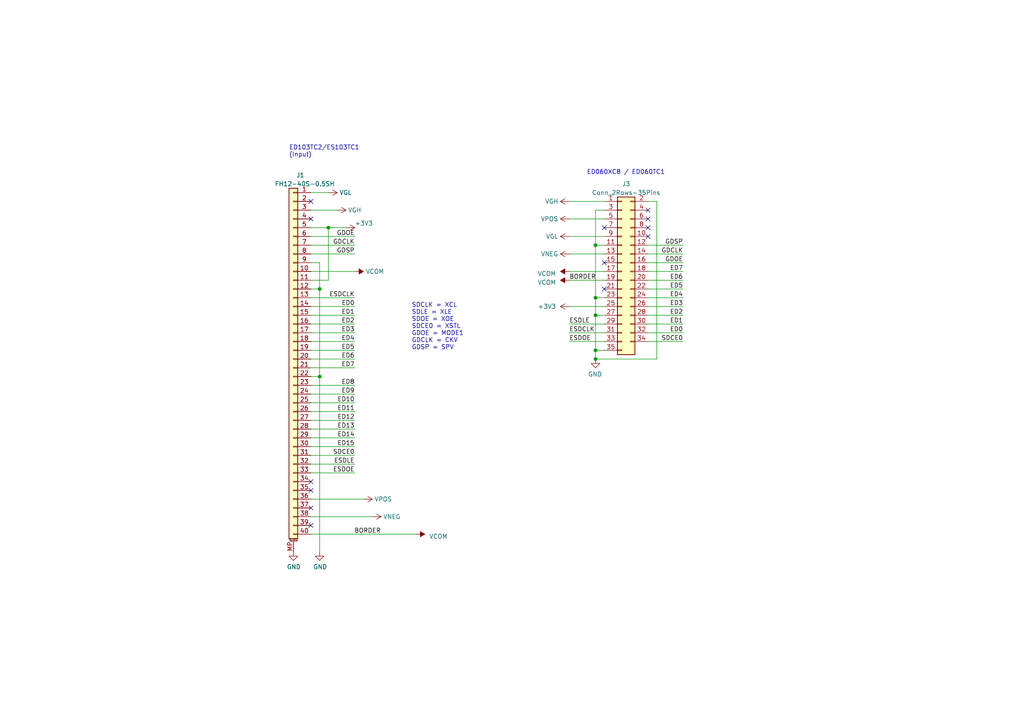
<source format=kicad_sch>
(kicad_sch (version 20230121) (generator eeschema)
  (paper "A4")
  (lib_symbols
    (symbol "Connector_Generic:Conn_2Rows-35Pins" (pin_names (offset 1.016) hide)
      (property "Reference" "J" (at 1.27 22.86 0))
      (property "Value" "Conn_2Rows-35Pins" (at 1.27 -25.4 0))
      (symbol "Conn_2Rows-35Pins_1_1"
        (rectangle (start -1.27 -22.733) (end 0 -22.987) (stroke (width 0.1524)))
        (rectangle (start -1.27 -20.193) (end 0 -20.447) (stroke (width 0.1524)))
        (rectangle (start -1.27 -17.653) (end 0 -17.907) (stroke (width 0.1524)))
        (rectangle (start -1.27 -15.113) (end 0 -15.367) (stroke (width 0.1524)))
        (rectangle (start -1.27 -12.573) (end 0 -12.827) (stroke (width 0.1524)))
        (rectangle (start -1.27 -10.033) (end 0 -10.287) (stroke (width 0.1524)))
        (rectangle (start -1.27 -7.493) (end 0 -7.747) (stroke (width 0.1524)))
        (rectangle (start -1.27 -4.953) (end 0 -5.207) (stroke (width 0.1524)))
        (rectangle (start -1.27 -2.413) (end 0 -2.667) (stroke (width 0.1524)))
        (rectangle (start -1.27 0.127) (end 0 -0.127) (stroke (width 0.1524)))
        (rectangle (start -1.27 2.667) (end 0 2.413) (stroke (width 0.1524)))
        (rectangle (start -1.27 5.207) (end 0 4.953) (stroke (width 0.1524)))
        (rectangle (start -1.27 7.747) (end 0 7.493) (stroke (width 0.1524)))
        (rectangle (start -1.27 10.287) (end 0 10.033) (stroke (width 0.1524)))
        (rectangle (start -1.27 12.827) (end 0 12.573) (stroke (width 0.1524)))
        (rectangle (start -1.27 15.367) (end 0 15.113) (stroke (width 0.1524)))
        (rectangle (start -1.27 17.907) (end 0 17.653) (stroke (width 0.1524)))
        (rectangle (start -1.27 20.447) (end 0 20.193) (stroke (width 0.1524)))
        (rectangle (start -1.27 21.59) (end 3.81 -24.13) (stroke (width 0.254)) (fill (type background)))
        (rectangle (start 3.81 -20.193) (end 2.54 -20.447) (stroke (width 0.1524)))
        (rectangle (start 3.81 -17.653) (end 2.54 -17.907) (stroke (width 0.1524)))
        (rectangle (start 3.81 -15.113) (end 2.54 -15.367) (stroke (width 0.1524)))
        (rectangle (start 3.81 -12.573) (end 2.54 -12.827) (stroke (width 0.1524)))
        (rectangle (start 3.81 -10.033) (end 2.54 -10.287) (stroke (width 0.1524)))
        (rectangle (start 3.81 -7.493) (end 2.54 -7.747) (stroke (width 0.1524)))
        (rectangle (start 3.81 -4.953) (end 2.54 -5.207) (stroke (width 0.1524)))
        (rectangle (start 3.81 -2.413) (end 2.54 -2.667) (stroke (width 0.1524)))
        (rectangle (start 3.81 0.127) (end 2.54 -0.127) (stroke (width 0.1524)))
        (rectangle (start 3.81 2.667) (end 2.54 2.413) (stroke (width 0.1524)))
        (rectangle (start 3.81 5.207) (end 2.54 4.953) (stroke (width 0.1524)))
        (rectangle (start 3.81 7.747) (end 2.54 7.493) (stroke (width 0.1524)))
        (rectangle (start 3.81 10.287) (end 2.54 10.033) (stroke (width 0.1524)))
        (rectangle (start 3.81 12.827) (end 2.54 12.573) (stroke (width 0.1524)))
        (rectangle (start 3.81 15.367) (end 2.54 15.113) (stroke (width 0.1524)))
        (rectangle (start 3.81 17.907) (end 2.54 17.653) (stroke (width 0.1524)))
        (rectangle (start 3.81 20.447) (end 2.54 20.193) (stroke (width 0.1524)))
        (pin passive line (at -5.08 20.32 0) (length 3.81) (name "Pin_1") (number "1"))
        (pin passive line (at 7.62 10.16 180) (length 3.81) (name "Pin_10") (number "10"))
        (pin passive line (at -5.08 7.62 0) (length 3.81) (name "Pin_11") (number "11"))
        (pin passive line (at 7.62 7.62 180) (length 3.81) (name "Pin_12") (number "12"))
        (pin passive line (at -5.08 5.08 0) (length 3.81) (name "Pin_13") (number "13"))
        (pin passive line (at 7.62 5.08 180) (length 3.81) (name "Pin_14") (number "14"))
        (pin passive line (at -5.08 2.54 0) (length 3.81) (name "Pin_15") (number "15"))
        (pin passive line (at 7.62 2.54 180) (length 3.81) (name "Pin_16") (number "16"))
        (pin passive line (at -5.08 0 0) (length 3.81) (name "Pin_17") (number "17"))
        (pin passive line (at 7.62 0 180) (length 3.81) (name "Pin_18") (number "18"))
        (pin passive line (at -5.08 -2.54 0) (length 3.81) (name "Pin_19") (number "19"))
        (pin passive line (at 7.62 20.32 180) (length 3.81) (name "Pin_2") (number "2"))
        (pin passive line (at 7.62 -2.54 180) (length 3.81) (name "Pin_20") (number "20"))
        (pin passive line (at -5.08 -5.08 0) (length 3.81) (name "Pin_21") (number "21"))
        (pin passive line (at 7.62 -5.08 180) (length 3.81) (name "Pin_22") (number "22"))
        (pin passive line (at -5.08 -7.62 0) (length 3.81) (name "Pin_23") (number "23"))
        (pin passive line (at 7.62 -7.62 180) (length 3.81) (name "Pin_24") (number "24"))
        (pin passive line (at -5.08 -10.16 0) (length 3.81) (name "Pin_25") (number "25"))
        (pin passive line (at 7.62 -10.16 180) (length 3.81) (name "Pin_26") (number "26"))
        (pin passive line (at -5.08 -12.7 0) (length 3.81) (name "Pin_27") (number "27"))
        (pin passive line (at 7.62 -12.7 180) (length 3.81) (name "Pin_28") (number "28"))
        (pin passive line (at -5.08 -15.24 0) (length 3.81) (name "Pin_29") (number "29"))
        (pin passive line (at -5.08 17.78 0) (length 3.81) (name "Pin_3") (number "3"))
        (pin passive line (at 7.62 -15.24 180) (length 3.81) (name "Pin_30") (number "30"))
        (pin passive line (at -5.08 -17.78 0) (length 3.81) (name "Pin_31") (number "31"))
        (pin passive line (at 7.62 -17.78 180) (length 3.81) (name "Pin_32") (number "32"))
        (pin passive line (at -5.08 -20.32 0) (length 3.81) (name "Pin_33") (number "33"))
        (pin passive line (at 7.62 -20.32 180) (length 3.81) (name "Pin_34") (number "34"))
        (pin passive line (at -5.08 -22.86 0) (length 3.81) (name "Pin_35") (number "35"))
        (pin passive line (at 7.62 17.78 180) (length 3.81) (name "Pin_4") (number "4"))
        (pin passive line (at -5.08 15.24 0) (length 3.81) (name "Pin_5") (number "5"))
        (pin passive line (at 7.62 15.24 180) (length 3.81) (name "Pin_6") (number "6"))
        (pin passive line (at -5.08 12.7 0) (length 3.81) (name "Pin_7") (number "7"))
        (pin passive line (at 7.62 12.7 180) (length 3.81) (name "Pin_8") (number "8"))
        (pin passive line (at -5.08 10.16 0) (length 3.81) (name "Pin_9") (number "9"))
      )
    )
    (symbol "Connector_Generic_MountingPin:Conn_01x40_MountingPin" (pin_names (offset 1.016) hide)
      (property "Reference" "J" (at 0 50.8 0))
      (property "Value" "Conn_01x40_MountingPin" (at 1.27 -53.34 0))
      (symbol "Conn_01x40_MountingPin_1_1"
        (rectangle (start -1.27 -50.673) (end 0 -50.927) (stroke (width 0.1524)))
        (rectangle (start -1.27 -48.133) (end 0 -48.387) (stroke (width 0.1524)))
        (rectangle (start -1.27 -45.593) (end 0 -45.847) (stroke (width 0.1524)))
        (rectangle (start -1.27 -43.053) (end 0 -43.307) (stroke (width 0.1524)))
        (rectangle (start -1.27 -40.513) (end 0 -40.767) (stroke (width 0.1524)))
        (rectangle (start -1.27 -37.973) (end 0 -38.227) (stroke (width 0.1524)))
        (rectangle (start -1.27 -35.433) (end 0 -35.687) (stroke (width 0.1524)))
        (rectangle (start -1.27 -32.893) (end 0 -33.147) (stroke (width 0.1524)))
        (rectangle (start -1.27 -30.353) (end 0 -30.607) (stroke (width 0.1524)))
        (rectangle (start -1.27 -27.813) (end 0 -28.067) (stroke (width 0.1524)))
        (rectangle (start -1.27 -25.273) (end 0 -25.527) (stroke (width 0.1524)))
        (rectangle (start -1.27 -22.733) (end 0 -22.987) (stroke (width 0.1524)))
        (rectangle (start -1.27 -20.193) (end 0 -20.447) (stroke (width 0.1524)))
        (rectangle (start -1.27 -17.653) (end 0 -17.907) (stroke (width 0.1524)))
        (rectangle (start -1.27 -15.113) (end 0 -15.367) (stroke (width 0.1524)))
        (rectangle (start -1.27 -12.573) (end 0 -12.827) (stroke (width 0.1524)))
        (rectangle (start -1.27 -10.033) (end 0 -10.287) (stroke (width 0.1524)))
        (rectangle (start -1.27 -7.493) (end 0 -7.747) (stroke (width 0.1524)))
        (rectangle (start -1.27 -4.953) (end 0 -5.207) (stroke (width 0.1524)))
        (rectangle (start -1.27 -2.413) (end 0 -2.667) (stroke (width 0.1524)))
        (rectangle (start -1.27 0.127) (end 0 -0.127) (stroke (width 0.1524)))
        (rectangle (start -1.27 2.667) (end 0 2.413) (stroke (width 0.1524)))
        (rectangle (start -1.27 5.207) (end 0 4.953) (stroke (width 0.1524)))
        (rectangle (start -1.27 7.747) (end 0 7.493) (stroke (width 0.1524)))
        (rectangle (start -1.27 10.287) (end 0 10.033) (stroke (width 0.1524)))
        (rectangle (start -1.27 12.827) (end 0 12.573) (stroke (width 0.1524)))
        (rectangle (start -1.27 15.367) (end 0 15.113) (stroke (width 0.1524)))
        (rectangle (start -1.27 17.907) (end 0 17.653) (stroke (width 0.1524)))
        (rectangle (start -1.27 20.447) (end 0 20.193) (stroke (width 0.1524)))
        (rectangle (start -1.27 22.987) (end 0 22.733) (stroke (width 0.1524)))
        (rectangle (start -1.27 25.527) (end 0 25.273) (stroke (width 0.1524)))
        (rectangle (start -1.27 28.067) (end 0 27.813) (stroke (width 0.1524)))
        (rectangle (start -1.27 30.607) (end 0 30.353) (stroke (width 0.1524)))
        (rectangle (start -1.27 33.147) (end 0 32.893) (stroke (width 0.1524)))
        (rectangle (start -1.27 35.687) (end 0 35.433) (stroke (width 0.1524)))
        (rectangle (start -1.27 38.227) (end 0 37.973) (stroke (width 0.1524)))
        (rectangle (start -1.27 40.767) (end 0 40.513) (stroke (width 0.1524)))
        (rectangle (start -1.27 43.307) (end 0 43.053) (stroke (width 0.1524)))
        (rectangle (start -1.27 45.847) (end 0 45.593) (stroke (width 0.1524)))
        (rectangle (start -1.27 48.387) (end 0 48.133) (stroke (width 0.1524)))
        (rectangle (start -1.27 49.53) (end 1.27 -52.07) (stroke (width 0.254)) (fill (type background)))
        (polyline (pts (xy -1.016 -52.832) (xy 1.016 -52.832)) (stroke (width 0.1524)))
        (text "Mounting" (at 0 -52.451 0) (effects (font (size 0.381 0.381))))
        (pin passive line (at -5.08 48.26 0) (length 3.81) (name "Pin_1") (number "1"))
        (pin passive line (at -5.08 25.4 0) (length 3.81) (name "Pin_10") (number "10"))
        (pin passive line (at -5.08 22.86 0) (length 3.81) (name "Pin_11") (number "11"))
        (pin passive line (at -5.08 20.32 0) (length 3.81) (name "Pin_12") (number "12"))
        (pin passive line (at -5.08 17.78 0) (length 3.81) (name "Pin_13") (number "13"))
        (pin passive line (at -5.08 15.24 0) (length 3.81) (name "Pin_14") (number "14"))
        (pin passive line (at -5.08 12.7 0) (length 3.81) (name "Pin_15") (number "15"))
        (pin passive line (at -5.08 10.16 0) (length 3.81) (name "Pin_16") (number "16"))
        (pin passive line (at -5.08 7.62 0) (length 3.81) (name "Pin_17") (number "17"))
        (pin passive line (at -5.08 5.08 0) (length 3.81) (name "Pin_18") (number "18"))
        (pin passive line (at -5.08 2.54 0) (length 3.81) (name "Pin_19") (number "19"))
        (pin passive line (at -5.08 45.72 0) (length 3.81) (name "Pin_2") (number "2"))
        (pin passive line (at -5.08 0 0) (length 3.81) (name "Pin_20") (number "20"))
        (pin passive line (at -5.08 -2.54 0) (length 3.81) (name "Pin_21") (number "21"))
        (pin passive line (at -5.08 -5.08 0) (length 3.81) (name "Pin_22") (number "22"))
        (pin passive line (at -5.08 -7.62 0) (length 3.81) (name "Pin_23") (number "23"))
        (pin passive line (at -5.08 -10.16 0) (length 3.81) (name "Pin_24") (number "24"))
        (pin passive line (at -5.08 -12.7 0) (length 3.81) (name "Pin_25") (number "25"))
        (pin passive line (at -5.08 -15.24 0) (length 3.81) (name "Pin_26") (number "26"))
        (pin passive line (at -5.08 -17.78 0) (length 3.81) (name "Pin_27") (number "27"))
        (pin passive line (at -5.08 -20.32 0) (length 3.81) (name "Pin_28") (number "28"))
        (pin passive line (at -5.08 -22.86 0) (length 3.81) (name "Pin_29") (number "29"))
        (pin passive line (at -5.08 43.18 0) (length 3.81) (name "Pin_3") (number "3"))
        (pin passive line (at -5.08 -25.4 0) (length 3.81) (name "Pin_30") (number "30"))
        (pin passive line (at -5.08 -27.94 0) (length 3.81) (name "Pin_31") (number "31"))
        (pin passive line (at -5.08 -30.48 0) (length 3.81) (name "Pin_32") (number "32"))
        (pin passive line (at -5.08 -33.02 0) (length 3.81) (name "Pin_33") (number "33"))
        (pin passive line (at -5.08 -35.56 0) (length 3.81) (name "Pin_34") (number "34"))
        (pin passive line (at -5.08 -38.1 0) (length 3.81) (name "Pin_35") (number "35"))
        (pin passive line (at -5.08 -40.64 0) (length 3.81) (name "Pin_36") (number "36"))
        (pin passive line (at -5.08 -43.18 0) (length 3.81) (name "Pin_37") (number "37"))
        (pin passive line (at -5.08 -45.72 0) (length 3.81) (name "Pin_38") (number "38"))
        (pin passive line (at -5.08 -48.26 0) (length 3.81) (name "Pin_39") (number "39"))
        (pin passive line (at -5.08 40.64 0) (length 3.81) (name "Pin_4") (number "4"))
        (pin passive line (at -5.08 -50.8 0) (length 3.81) (name "Pin_40") (number "40"))
        (pin passive line (at -5.08 38.1 0) (length 3.81) (name "Pin_5") (number "5"))
        (pin passive line (at -5.08 35.56 0) (length 3.81) (name "Pin_6") (number "6"))
        (pin passive line (at -5.08 33.02 0) (length 3.81) (name "Pin_7") (number "7"))
        (pin passive line (at -5.08 30.48 0) (length 3.81) (name "Pin_8") (number "8"))
        (pin passive line (at -5.08 27.94 0) (length 3.81) (name "Pin_9") (number "9"))
        (pin passive line (at 0 -55.88 90) (length 3.048) (name "MountPin") (number "MP"))
      )
    )
    (symbol "power:+3V3" (power) (pin_names (offset 0))
      (property "Value" "+3V3" (at 0 3.556 0))
      (symbol "+3V3_0_1"
        (polyline (pts (xy -0.762 1.27) (xy 0 2.54)))
        (polyline (pts (xy 0 0) (xy 0 2.54)))
        (polyline (pts (xy 0 2.54) (xy 0.762 1.27)))
      )
      (symbol "+3V3_1_1"
        (pin power_in line (at 0 0 90) (length 0) hide (name "+3V3") (number "1"))
      )
    )
    (symbol "power:GND" (power) (pin_names (offset 0))
      (property "Value" "GND" (at 0 -3.81 0))
      (symbol "GND_0_1"
        (polyline (pts (xy 0 0) (xy 0 -1.27) (xy 1.27 -1.27) (xy 0 -2.54) (xy -1.27 -1.27) (xy 0 -1.27)))
      )
      (symbol "GND_1_1"
        (pin power_in line (at 0 0 270) (length 0) hide (name "GND") (number "1"))
      )
    )
    (symbol "power:VCOM" (power) (pin_names (offset 0))
      (property "Value" "VCOM" (at 0 3.81 0))
      (symbol "VCOM_0_1"
        (polyline (pts (xy 0 0) (xy 0 2.54)))
        (polyline (pts (xy 0.762 1.27) (xy -0.762 1.27) (xy 0 2.54) (xy 0.762 1.27)) (fill (type outline)))
      )
      (symbol "VCOM_1_1"
        (pin power_in line (at 0 0 90) (length 0) hide (name "VCOM") (number "1"))
      )
    )
    (symbol "symbols:VGH" (power) (pin_names (offset 0))
      (property "Value" "VGH" (at 0 3.556 0))
      (symbol "VGH_0_1"
        (polyline (pts (xy -0.762 1.27) (xy 0 2.54)))
        (polyline (pts (xy 0 0) (xy 0 2.54)))
        (polyline (pts (xy 0 2.54) (xy 0.762 1.27)))
      )
      (symbol "VGH_1_1"
        (pin power_in line (at 0 0 90) (length 0) hide (name "VGH") (number "1"))
      )
    )
    (symbol "symbols:VGL" (power) (pin_names (offset 0))
      (property "Value" "VGL" (at 0 3.556 0))
      (symbol "VGL_0_1"
        (polyline (pts (xy -0.762 1.27) (xy 0 2.54)))
        (polyline (pts (xy 0 0) (xy 0 2.54)))
        (polyline (pts (xy 0 2.54) (xy 0.762 1.27)))
      )
      (symbol "VGL_1_1"
        (pin power_in line (at 0 0 90) (length 0) hide (name "VGL") (number "1"))
      )
    )
    (symbol "symbols:VNEG" (power) (pin_names (offset 0))
      (property "Value" "VNEG" (at 0 3.556 0))
      (symbol "VNEG_0_1"
        (polyline (pts (xy -0.762 1.27) (xy 0 2.54)))
        (polyline (pts (xy 0 0) (xy 0 2.54)))
        (polyline (pts (xy 0 2.54) (xy 0.762 1.27)))
      )
      (symbol "VNEG_1_1"
        (pin power_in line (at 0 0 90) (length 0) hide (name "VNEG") (number "1"))
      )
    )
    (symbol "symbols:VPOS" (power) (pin_names (offset 0))
      (property "Value" "VPOS" (at 0 3.556 0))
      (symbol "VPOS_0_1"
        (polyline (pts (xy -0.762 1.27) (xy 0 2.54)))
        (polyline (pts (xy 0 0) (xy 0 2.54)))
        (polyline (pts (xy 0 2.54) (xy 0.762 1.27)))
      )
      (symbol "VPOS_1_1"
        (pin power_in line (at 0 0 90) (length 0) hide (name "VPOS") (number "1"))
      )
    )
  )
  (junction (at 172.72 104.14))
  (junction (at 172.72 71.12))
  (junction (at 92.71 83.82) (diameter 0.9144))
  (junction (at 172.72 91.44))
  (junction (at 95.25 66.04))
  (junction (at 92.71 109.22) (diameter 0.9144))
  (junction (at 172.72 86.36))
  (junction (at 172.72 101.6))
  (no_connect (at 90.17 139.7))
  (no_connect (at 175.26 66.04))
  (no_connect (at 187.96 63.5))
  (no_connect (at 175.26 83.82))
  (no_connect (at 187.96 60.96))
  (no_connect (at 90.17 147.32))
  (no_connect (at 187.96 68.58))
  (no_connect (at 90.17 58.42))
  (no_connect (at 175.26 76.2))
  (no_connect (at 187.96 66.04))
  (no_connect (at 90.17 142.24))
  (no_connect (at 90.17 152.4))
  (no_connect (at 90.17 63.5))
  (wire (pts (xy 165.1 78.74) (xy 175.26 78.74)))
  (wire (pts (xy 107.95 149.86) (xy 90.17 149.86)))
  (wire (pts (xy 90.17 88.9) (xy 102.87 88.9)))
  (wire (pts (xy 90.17 91.44) (xy 102.87 91.44)))
  (wire (pts (xy 90.17 124.46) (xy 102.87 124.46)))
  (wire (pts (xy 90.17 154.94) (xy 120.65 154.94)))
  (wire (pts (xy 90.17 104.14) (xy 102.87 104.14)))
  (wire (pts (xy 90.17 129.54) (xy 102.87 129.54)))
  (wire (pts (xy 198.12 96.52) (xy 187.96 96.52)))
  (wire (pts (xy 95.25 81.28) (xy 90.17 81.28)))
  (wire (pts (xy 90.17 116.84) (xy 102.87 116.84)))
  (wire (pts (xy 90.17 111.76) (xy 102.87 111.76)))
  (wire (pts (xy 198.12 78.74) (xy 187.96 78.74)))
  (wire (pts (xy 165.1 96.52) (xy 175.26 96.52)))
  (wire (pts (xy 198.12 83.82) (xy 187.96 83.82)))
  (wire (pts (xy 90.17 86.36) (xy 102.87 86.36)))
  (wire (pts (xy 172.72 101.6) (xy 175.26 101.6)))
  (wire (pts (xy 165.1 93.98) (xy 175.26 93.98)))
  (wire (pts (xy 172.72 71.12) (xy 172.72 86.36)))
  (wire (pts (xy 187.96 73.66) (xy 198.12 73.66)))
  (wire (pts (xy 90.17 137.16) (xy 102.87 137.16)))
  (wire (pts (xy 90.17 132.08) (xy 102.87 132.08)))
  (wire (pts (xy 95.25 55.88) (xy 90.17 55.88)))
  (wire (pts (xy 172.72 101.6) (xy 172.72 104.14)))
  (wire (pts (xy 198.12 88.9) (xy 187.96 88.9)))
  (wire (pts (xy 90.17 134.62) (xy 102.87 134.62)))
  (wire (pts (xy 90.17 101.6) (xy 102.87 101.6)))
  (wire (pts (xy 92.71 83.82) (xy 90.17 83.82)))
  (wire (pts (xy 187.96 76.2) (xy 198.12 76.2)))
  (wire (pts (xy 165.1 88.9) (xy 175.26 88.9)))
  (wire (pts (xy 105.41 144.78) (xy 90.17 144.78)))
  (wire (pts (xy 92.71 76.2) (xy 92.71 83.82)))
  (wire (pts (xy 90.17 76.2) (xy 92.71 76.2)))
  (wire (pts (xy 175.26 60.96) (xy 172.72 60.96)))
  (wire (pts (xy 95.25 66.04) (xy 95.25 81.28)))
  (wire (pts (xy 172.72 91.44) (xy 175.26 91.44)))
  (wire (pts (xy 90.17 96.52) (xy 102.87 96.52)))
  (wire (pts (xy 90.17 106.68) (xy 102.87 106.68)))
  (wire (pts (xy 172.72 86.36) (xy 175.26 86.36)))
  (wire (pts (xy 172.72 60.96) (xy 172.72 71.12)))
  (wire (pts (xy 165.1 68.58) (xy 175.26 68.58)))
  (wire (pts (xy 102.87 78.74) (xy 90.17 78.74)))
  (wire (pts (xy 190.5 104.14) (xy 172.72 104.14)))
  (wire (pts (xy 187.96 71.12) (xy 198.12 71.12)))
  (wire (pts (xy 90.17 114.3) (xy 102.87 114.3)))
  (wire (pts (xy 165.1 58.42) (xy 175.26 58.42)))
  (wire (pts (xy 198.12 81.28) (xy 187.96 81.28)))
  (wire (pts (xy 97.79 60.96) (xy 90.17 60.96)))
  (wire (pts (xy 172.72 86.36) (xy 172.72 91.44)))
  (wire (pts (xy 165.1 99.06) (xy 175.26 99.06)))
  (wire (pts (xy 198.12 93.98) (xy 187.96 93.98)))
  (wire (pts (xy 172.72 71.12) (xy 175.26 71.12)))
  (wire (pts (xy 90.17 121.92) (xy 102.87 121.92)))
  (wire (pts (xy 198.12 91.44) (xy 187.96 91.44)))
  (wire (pts (xy 190.5 58.42) (xy 190.5 104.14)))
  (wire (pts (xy 100.33 66.04) (xy 95.25 66.04)))
  (wire (pts (xy 90.17 71.12) (xy 102.87 71.12)))
  (wire (pts (xy 90.17 73.66) (xy 102.87 73.66)))
  (wire (pts (xy 92.71 83.82) (xy 92.71 109.22)))
  (wire (pts (xy 92.71 109.22) (xy 92.71 160.02)))
  (wire (pts (xy 165.1 63.5) (xy 175.26 63.5)))
  (wire (pts (xy 90.17 119.38) (xy 102.87 119.38)))
  (wire (pts (xy 165.1 81.28) (xy 175.26 81.28)))
  (wire (pts (xy 172.72 91.44) (xy 172.72 101.6)))
  (wire (pts (xy 198.12 99.06) (xy 187.96 99.06)))
  (wire (pts (xy 92.71 109.22) (xy 90.17 109.22)))
  (wire (pts (xy 198.12 86.36) (xy 187.96 86.36)))
  (wire (pts (xy 90.17 68.58) (xy 102.87 68.58)))
  (wire (pts (xy 90.17 99.06) (xy 102.87 99.06)))
  (wire (pts (xy 95.25 66.04) (xy 90.17 66.04)))
  (wire (pts (xy 187.96 58.42) (xy 190.5 58.42)))
  (wire (pts (xy 90.17 127) (xy 102.87 127)))
  (wire (pts (xy 90.17 93.98) (xy 102.87 93.98)))
  (wire (pts (xy 165.1 73.66) (xy 175.26 73.66)))
  (text "ED103TC2/ES103TC1\n(Input)" (at 83.82 45.72 0) (effects (font (size 1.27 1.27)) (justify left bottom)))
  (text "ED060XC8 / ED060TC1" (at 170.18 50.8 0) (effects (font (size 1.27 1.27)) (justify left bottom)))
  (text "SDCLK = XCL\nSDLE = XLE\nSDOE = XOE\nSDCE0 = XSTL\nGDOE = MODE1\nGDCLK = CKV\nGDSP = SPV" (at 119.38 101.6 0) (effects (font (size 1.27 1.27)) (justify left bottom)))
  (label "BORDER" (at 165.1 81.28 0))
  (label "ED10" (at 102.87 116.84 180))
  (label "ED3" (at 198.12 88.9 180))
  (label "ESDOE" (at 102.87 137.16 180))
  (label "ED4" (at 198.12 86.36 180))
  (label "ED2" (at 198.12 91.44 180))
  (label "ED15" (at 102.87 129.54 180))
  (label "GDSP" (at 198.12 71.12 180))
  (label "GDCLK" (at 198.12 73.66 180))
  (label "ED12" (at 102.87 121.92 180))
  (label "ESDOE" (at 165.1 99.06 0))
  (label "ESDCLK" (at 102.87 86.36 180))
  (label "ED2" (at 102.87 93.98 180))
  (label "GDOE" (at 102.87 68.58 180))
  (label "ED7" (at 198.12 78.74 180))
  (label "ED11" (at 102.87 119.38 180))
  (label "ED13" (at 102.87 124.46 180))
  (label "ED5" (at 198.12 83.82 180))
  (label "ED3" (at 102.87 96.52 180))
  (label "ESDLE" (at 165.1 93.98 0))
  (label "ESDCLK" (at 165.1 96.52 0))
  (label "ED4" (at 102.87 99.06 180))
  (label "GDSP" (at 102.87 73.66 180))
  (label "ED1" (at 198.12 93.98 180))
  (label "ED9" (at 102.87 114.3 180))
  (label "ESDLE" (at 102.87 134.62 180))
  (label "ED1" (at 102.87 91.44 180))
  (label "ED14" (at 102.87 127 180))
  (label "SDCE0" (at 102.87 132.08 180))
  (label "GDCLK" (at 102.87 71.12 180))
  (label "ED5" (at 102.87 101.6 180))
  (label "BORDER" (at 110.49 154.94 180))
  (label "SDCE0" (at 198.12 99.06 180))
  (label "ED6" (at 102.87 104.14 180))
  (label "ED0" (at 102.87 88.9 180))
  (label "GDOE" (at 198.12 76.2 180))
  (label "ED6" (at 198.12 81.28 180))
  (label "ED0" (at 198.12 96.52 180))
  (label "ED8" (at 102.87 111.76 180))
  (label "ED7" (at 102.87 106.68 180))
  (symbol (lib_id "power:GND") (at 172.72 104.14 0) (mirror y) (unit 1)
    (property "Reference" "#PWR04" (effects hide))
    (property "Value" "GND" (at 172.593 108.5342 0))
  )
  (symbol (lib_id "power:+3V3") (at 165.1 88.9 90) (unit 1)
    (property "Reference" "#PWR023" (effects hide))
    (property "Value" "+3V3" (at 161.29 88.8999 90) (effects (justify left)))
  )
  (symbol (lib_id "power:+3V3") (at 100.33 66.04 270) (unit 1)
    (property "Reference" "#PWR0101" (effects hide))
    (property "Value" "+3V3" (at 102.87 64.77 90) (effects (justify left)))
  )
  (symbol (lib_id "power:VCOM") (at 165.1 78.74 90) (unit 1)
    (property "Reference" "#PWR024" (effects hide))
    (property "Value" "VCOM" (at 161.29 79.3749 90) (effects (justify left)))
  )
  (symbol (lib_id "symbols:VGL") (at 165.1 68.58 90) (unit 1)
    (property "Reference" "#PWR026" (effects hide))
    (property "Value" "VGL" (at 161.925 68.5799 90) (effects (justify left)))
  )
  (symbol (lib_id "symbols:VGH") (at 165.1 58.42 90) (unit 1)
    (property "Reference" "#PWR025" (effects hide))
    (property "Value" "VGH" (at 160.02 58.42 90))
  )
  (symbol (lib_id "symbols:VGL") (at 95.25 55.88 270) (mirror x) (unit 1)
    (property "Reference" "#PWR03" (effects hide))
    (property "Value" "VGL" (at 98.425 55.8799 90) (effects (justify left)))
  )
  (symbol (lib_id "symbols:VGH") (at 97.79 60.96 270) (mirror x) (unit 1)
    (property "Reference" "#PWR05" (effects hide))
    (property "Value" "VGH" (at 102.87 60.96 90))
  )
  (symbol (lib_id "symbols:VNEG") (at 107.95 149.86 270) (mirror x) (unit 1)
    (property "Reference" "#PWR09" (effects hide))
    (property "Value" "VNEG" (at 113.665 149.86 90))
  )
  (symbol (lib_id "power:VCOM") (at 120.65 154.94 270) (mirror x) (unit 1)
    (property "Reference" "#PWR010" (effects hide))
    (property "Value" "VCOM" (at 124.46 155.5749 90) (effects (justify left)))
  )
  (symbol (lib_id "power:VCOM") (at 165.1 81.28 90) (unit 1)
    (property "Reference" "#PWR020" (effects hide))
    (property "Value" "VCOM" (at 161.29 81.9149 90) (effects (justify left)))
  )
  (symbol (lib_id "Connector_Generic:Conn_2Rows-35Pins") (at 180.34 78.74 0) (unit 1)
    (property "Reference" "J3" (at 181.61 53.34 0))
    (property "Value" "Conn_2Rows-35Pins" (at 181.61 55.88 0))
    (property "Footprint" "footprints:X03A10L35G_2Rows-35Pins-1MP_P0.60mm_Horizontal" (effects hide))
  )
  (symbol (lib_id "symbols:VPOS") (at 165.1 63.5 90) (unit 1)
    (property "Reference" "#PWR022" (effects hide))
    (property "Value" "VPOS" (at 161.925 63.4999 90) (effects (justify left)))
  )
  (symbol (lib_id "symbols:VNEG") (at 165.1 73.66 90) (unit 1)
    (property "Reference" "#PWR021" (effects hide))
    (property "Value" "VNEG" (at 159.385 73.66 90))
  )
  (symbol (lib_id "symbols:VPOS") (at 105.41 144.78 270) (mirror x) (unit 1)
    (property "Reference" "#PWR08" (effects hide))
    (property "Value" "VPOS" (at 108.585 144.7799 90) (effects (justify left)))
  )
  (symbol (lib_id "power:GND") (at 85.09 160.02 0) (unit 1)
    (property "Reference" "#PWR01" (effects hide))
    (property "Value" "GND" (at 85.217 164.4142 0))
  )
  (symbol (lib_id "power:GND") (at 92.71 160.02 0) (unit 1)
    (property "Reference" "#PWR02" (effects hide))
    (property "Value" "GND" (at 92.837 164.4142 0))
  )
  (symbol (lib_id "power:VCOM") (at 102.87 78.74 270) (mirror x) (unit 1)
    (property "Reference" "#PWR07" (effects hide))
    (property "Value" "VCOM" (at 106.045 78.7399 90) (effects (justify left)))
  )
  (symbol (lib_id "Connector_Generic_MountingPin:Conn_01x40_MountingPin") (at 85.09 104.14 0) (mirror y) (unit 1)
    (property "Reference" "J1" (at 87.122 50.8 0))
    (property "Value" "FH12-40S-0.5SH" (at 88.392 53.34 0))
    (property "Footprint" "footprints:Hirose_FH12-40S-0.5SH_1x40-1MP_P0.50mm_Horizontal_Reversed" (effects hide))
  )
)
</source>
